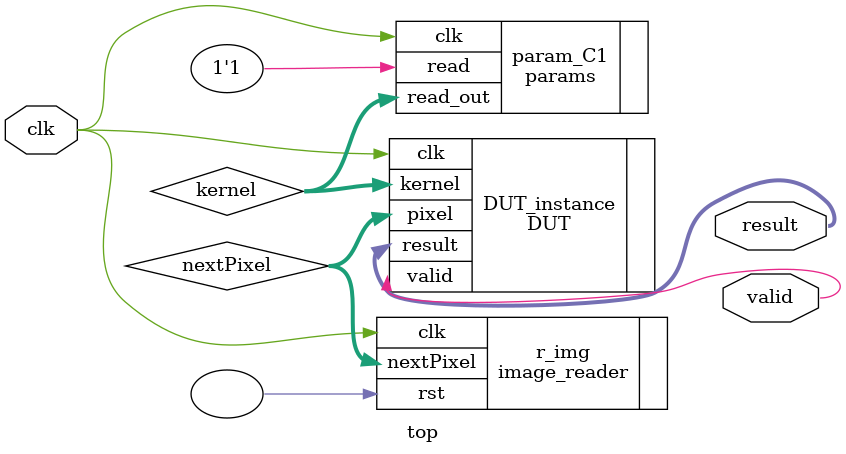
<source format=sv>
`timescale 1ns / 1ps

module top(
        input clk,
        output [OUT_WIDTH-1:0 ] result,
        output valid
    );
    
    parameter NUMPIXELS = 1024;
    parameter BIT_WIDTH = 8;
    parameter PARAMS_NUM = 26;
    parameter FILTER_NUM = 6;
    parameter COL = 5;
    parameter IN_WIDTH = 8;
    parameter OUT_WIDTH = 32;
    parameter IMAGE_PATH = "/home/quocna/project/uvm_conv/data/image32x32.list";
    parameter PARAM_PATH = "/home/quocna/project/uvm_conv/data/kernel.list";
    
    reg [BIT_WIDTH-1:0] nextPixel;
    image_reader #(.NUMPIXELS(NUMPIXELS), .BIT_WIDTH(BIT_WIDTH), .FILE(IMAGE_PATH)) r_img(
        .clk(clk),
        .rst(),
        .nextPixel(nextPixel)
    );

    //Read params
    reg [0:PARAMS_NUM*BIT_WIDTH-1] kernel;
    
    params #(.BIT_WIDTH(BIT_WIDTH), .SIZE(PARAMS_NUM), .FILE(PARAM_PATH)) param_C1(
        .clk(clk),
        .read(1'b1),
        .read_out(kernel)
    );
    
    DUT #(
        .COL(COL),
        .BIT_WIDTH(BIT_WIDTH),
        .IN_WIDTH(IN_WIDTH),
        .OUT_WIDTH(OUT_WIDTH)
    ) DUT_instance (
        .clk(clk),
        .pixel(nextPixel),
        .kernel(kernel),
        .result(result),
        .valid(valid)
    );
endmodule
</source>
